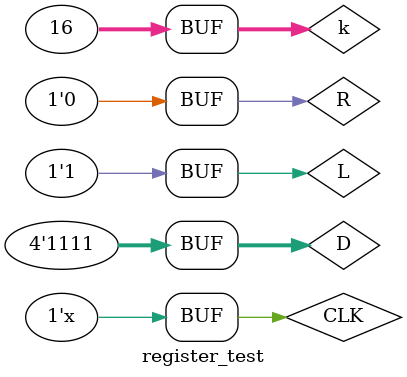
<source format=v>

`timescale 1ns / 1ps

module register_test;

reg CLK; 
reg [3:0] D;  
reg R;
reg L;
wire [3:0] Q;
integer k;

   
register ttul(.CLK(CLK), .D(D), .R(R), .L(L), .Q(Q));

// Creating a digital clock   
always #5 CLK = !CLK;
    
initial
    begin
        // High R(eset)
        CLK = 0; D = 0; R = 1; L = 0; 
        for(k = 0; k < 16; k = k + 1)
            #5 D = k;
        #10;
        
        // High L(oad) 
        CLK = 0; D = 0; R = 0; L = 1;
        for(k = 0; k < 16; k = k + 1)
            #10 D = k;
        #10;
    end
endmodule

</source>
